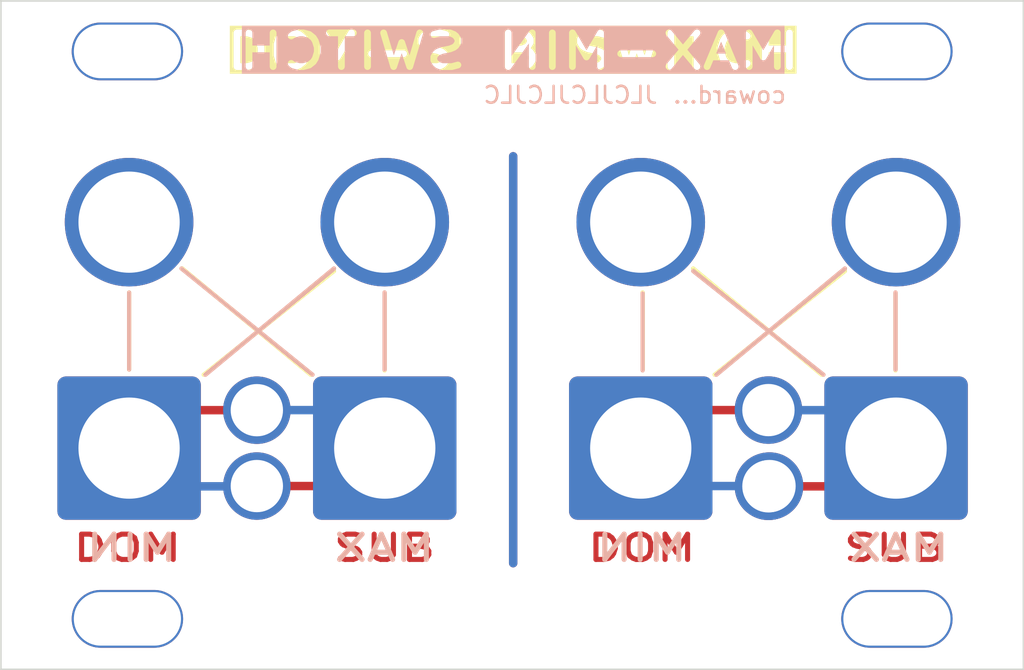
<source format=kicad_pcb>
(kicad_pcb (version 20221018) (generator pcbnew)
  (layers (0 "F.Cu" signal) (31 "B.Cu" signal) (34 "B.Paste" user) (35 "F.Paste" user) (36 "B.SilkS" user "B.Silkscreen") (37 "F.SilkS" user "F.Silkscreen") (38 "B.Mask" user) (39 "F.Mask" user) (44 "Edge.Cuts" user))
  (net 0 "")
  (footprint "" (layer "F.Cu") (at 147.15 116.875)
    (fp_text reference "" (at 0 0) (layer "F.SilkS") (effects (font (size 1.27 1.27))))
    (fp_text value "" (at 0 0) (layer "F.SilkS") (effects (font (size 1.27 1.27))))
    (pad "1" thru_hole roundrect (at 0 0) (size 8.5 8.5) (drill 6) (layers "*.Cu" "*.Mask") (roundrect_rratio 0.05882352941))
  )
  (footprint "" (layer "F.Cu") (at 109.27 114.625)
    (fp_text reference "" (at 0 0) (layer "F.SilkS") (effects (font (size 1.27 1.27))))
    (fp_text value "" (at 0 0) (layer "F.SilkS") (effects (font (size 1.27 1.27))))
    (pad "1" thru_hole circle (at 0 0) (size 4 4) (drill 3.1) (layers "*.Cu" "*.Mask"))
  )
  (footprint "" (layer "F.Cu") (at 101.7 103.475)
    (fp_text reference "" (at 0 0) (layer "F.SilkS") (effects (font (size 1.27 1.27))))
    (fp_text value "" (at 0 0) (layer "F.SilkS") (effects (font (size 1.27 1.27))))
    (pad "1" thru_hole circle (at 0 0) (size 7.62 7.62) (drill 6) (layers "*.Cu" "*.Mask"))
  )
  (footprint "" (layer "F.Cu") (at 116.85 103.475)
    (fp_text reference "" (at 0 0) (layer "F.SilkS") (effects (font (size 1.27 1.27))))
    (fp_text value "" (at 0 0) (layer "F.SilkS") (effects (font (size 1.27 1.27))))
    (pad "1" thru_hole circle (at 0 0) (size 7.62 7.62) (drill 6) (layers "*.Cu" "*.Mask"))
  )
  (footprint "" (layer "F.Cu") (at 132.02 103.475)
    (fp_text reference "" hide)
    (fp_text value "" hide)
    (pad "1" thru_hole circle (at 0 0) (size 7.62 7.62) (drill 6) (layers "*.Cu" "*.Mask"))
  )
  (footprint "PCM_4ms_Faceplate:Faceplate_Rail_Mount_Slot_Plated" (layer "F.Cu") (at 147.2 93.35)
    (fp_text reference "REF**" hide)
    (fp_text value "Faceplate_Rail_Mount_Slot_Plated" hide)
    (pad "1" thru_hole oval (at 0 0) (size 6.6 3.425) (drill oval 6.35 3.175) (layers "*.Cu" "*.Mask"))
  )
  (footprint "" (layer "F.Cu") (at 139.5862 119.141)
    (fp_text reference "" (at 0 0) (layer "F.SilkS") (effects (font (size 1.27 1.27))))
    (fp_text value "" (at 0 0) (layer "F.SilkS") (effects (font (size 1.27 1.27))))
    (pad "1" thru_hole circle (at 0 0) (size 4 4) (drill 3.1) (layers "*.Cu" "*.Mask"))
  )
  (footprint "" (layer "F.Cu") (at 109.27 119.125)
    (fp_text reference "" hide)
    (fp_text value "" hide)
    (pad "1" thru_hole circle (at 0 0) (size 4 4) (drill 3.1) (layers "*.Cu" "*.Mask"))
  )
  (footprint "" (layer "F.Cu") (at 132.02 116.875)
    (fp_text reference "" (at 0 0) (layer "F.SilkS") (effects (font (size 1.27 1.27))))
    (fp_text value "" (at 0 0) (layer "F.SilkS") (effects (font (size 1.27 1.27))))
    (pad "1" thru_hole roundrect (at 0 0) (size 8.5 8.5) (drill 6) (layers "*.Cu" "*.Mask") (roundrect_rratio 0.05882352941))
  )
  (footprint "" (layer "F.Cu") (at 147.15 103.475)
    (fp_text reference "" (at 0 0) (layer "F.SilkS") (effects (font (size 1.27 1.27))))
    (fp_text value "" (at 0 0) (layer "F.SilkS") (effects (font (size 1.27 1.27))))
    (pad "1" thru_hole circle (at 0 0) (size 7.62 7.62) (drill 6) (layers "*.Cu" "*.Mask"))
  )
  (footprint "" (layer "F.Cu") (at 101.6 127)
    (fp_text reference "" (at 0 0) (layer "F.SilkS") (effects (font (size 1.27 1.27))))
    (fp_text value "" (at 0 0) (layer "F.SilkS") (effects (font (size 1.27 1.27))))
    (pad "1" thru_hole oval (at 0 0) (size 6.6 3.425) (drill oval 6.35 3.175) (layers "*.Cu" "*.Mask"))
  )
  (footprint "" (layer "F.Cu") (at 101.7 116.875)
    (fp_text reference "" (at 0 0) (layer "F.SilkS") (effects (font (size 1.27 1.27))))
    (fp_text value "" (at 0 0) (layer "F.SilkS") (effects (font (size 1.27 1.27))))
    (pad "1" thru_hole roundrect (at 0 0) (size 8.5 8.5) (drill 6) (layers "*.Cu" "*.Mask") (roundrect_rratio 0.05882352941))
  )
  (footprint "" (layer "F.Cu") (at 116.85 116.875)
    (fp_text reference "" (at 0 0) (layer "F.SilkS") (effects (font (size 1.27 1.27))))
    (fp_text value "" (at 0 0) (layer "F.SilkS") (effects (font (size 1.27 1.27))))
    (pad "1" thru_hole roundrect (at 0 0) (size 8.5 8.5) (drill 6) (layers "*.Cu" "*.Mask") (roundrect_rratio 0.05882352941))
  )
  (footprint "" (layer "F.Cu") (at 139.5862 114.6198)
    (fp_text reference "" (at 0 0) (layer "F.SilkS") (effects (font (size 1.27 1.27))))
    (fp_text value "" (at 0 0) (layer "F.SilkS") (effects (font (size 1.27 1.27))))
    (pad "1" thru_hole circle (at 0 0) (size 4 4) (drill 3.1) (layers "*.Cu" "*.Mask"))
  )
  (footprint "" (layer "F.Cu") (at 101.6 93.35)
    (fp_text reference "" (at 0 0) (layer "F.SilkS") (effects (font (size 1.27 1.27))))
    (fp_text value "" (at 0 0) (layer "F.SilkS") (effects (font (size 1.27 1.27))))
    (pad "1" thru_hole oval (at 0 0) (size 6.6 3.425) (drill oval 6.35 3.175) (layers "*.Cu" "*.Mask"))
  )
  (footprint "" (layer "F.Cu") (at 147.2 127)
    (fp_text reference "" (at 0 0) (layer "F.SilkS") (effects (font (size 1.27 1.27))))
    (fp_text value "" (at 0 0) (layer "F.SilkS") (effects (font (size 1.27 1.27))))
    (pad "1" thru_hole oval (at 0 0) (size 6.6 3.425) (drill oval 6.35 3.175) (layers "*.Cu" "*.Mask"))
  )
  (footprint "" (layer "B.Cu") (at 139.65 119.125 180)
    (fp_text reference "" hide)
    (fp_text value "" hide)
    (pad "1" thru_hole circle (at 0 0 180) (size 4 4) (drill 3.1) (layers "*.Cu" "*.Mask"))
  )
  (gr_line (start 104.9652 114.625) (end 109.27 114.625) (stroke (width 0.5)) (layer "F.Cu"))
  (gr_line (start 124.46 99.568) (end 124.46 123.698) (stroke (width 0.5)) (layer "F.Cu"))
  (gr_line (start 139.5862 119.141) (end 143.891 119.141) (stroke (width 0.5)) (layer "F.Cu"))
  (gr_line (start 135.2814 114.6198) (end 139.5862 114.6198) (stroke (width 0.5)) (layer "F.Cu"))
  (gr_line (start 113.5748 119.125) (end 109.27 119.125) (stroke (width 0.5)) (layer "F.Cu"))
  (gr_line (start 109.3338 114.6198) (end 113.6386 114.6198) (stroke (width 0.5)) (layer "B.Cu"))
  (gr_line (start 105.029 119.141) (end 109.3338 119.141) (stroke (width 0.5)) (layer "B.Cu"))
  (gr_line (start 139.65 119.125) (end 135.3452 119.125) (stroke (width 0.5)) (layer "B.Cu"))
  (gr_line (start 124.46 123.698) (end 124.46 99.568) (stroke (width 0.5)) (layer "B.Cu"))
  (gr_line (start 139.65 114.625) (end 143.9548 114.625) (stroke (width 0.5)) (layer "B.Cu"))
  (gr_line (start 116.84 112.2172) (end 116.84 107.6452) (stroke (width 0.25)) (layer "B.SilkS"))
  (gr_line (start 136.4996 112.522) (end 144.1196 106.2228) (stroke (width 0.25)) (layer "B.SilkS"))
  (gr_line (start 116.84 112.2172) (end 116.84 107.6452) (stroke (width 0.25)) (layer "B.SilkS"))
  (gr_line (start 106.2228 112.522) (end 113.8428 106.2228) (stroke (width 0.25)) (layer "B.SilkS"))
  (gr_line (start 147.1168 112.2172) (end 147.1168 107.6452) (stroke (width 0.25)) (layer "B.SilkS"))
  (gr_line (start 147.1168 112.2172) (end 147.1168 107.6452) (stroke (width 0.25)) (layer "B.SilkS"))
  (gr_line (start 106.2228 112.522) (end 113.8428 106.2228) (stroke (width 0.25)) (layer "B.SilkS"))
  (gr_line (start 142.8496 112.522) (end 135.128 106.3752) (stroke (width 0.25)) (layer "B.SilkS"))
  (gr_line (start 112.5728 112.522) (end 104.8004 106.2228) (stroke (width 0.25)) (layer "B.SilkS"))
  (gr_line (start 136.4996 112.522) (end 144.1196 106.2228) (stroke (width 0.25)) (layer "B.SilkS"))
  (gr_line (start 101.7016 112.2172) (end 101.7016 107.6452) (stroke (width 0.25)) (layer "B.SilkS"))
  (gr_line (start 132.1308 112.268) (end 132.1308 107.696) (stroke (width 0.25)) (layer "B.SilkS"))
  (gr_line (start 135.128 106.2228) (end 142.748 112.522) (stroke (width 0.25)) (layer "F.SilkS"))
  (gr_line (start 113.8428 106.3752) (end 106.1212 112.522) (stroke (width 0.25)) (layer "F.SilkS"))
  (gr_line (start 147.1168 107.696) (end 147.1168 112.268) (stroke (width 0.25)) (layer "F.SilkS"))
  (gr_line (start 104.8512 106.2228) (end 112.4712 112.522) (stroke (width 0.25)) (layer "F.SilkS"))
  (gr_line (start 135.128 106.2228) (end 142.748 112.522) (stroke (width 0.25)) (layer "F.SilkS"))
  (gr_line (start 104.8512 106.2228) (end 112.4712 112.522) (stroke (width 0.25)) (layer "F.SilkS"))
  (gr_line (start 144.1196 106.3752) (end 136.398 112.522) (stroke (width 0.25)) (layer "F.SilkS"))
  (gr_line (start 132.1308 107.6452) (end 132.1308 112.2172) (stroke (width 0.25)) (layer "F.SilkS"))
  (gr_line (start 101.7016 107.6452) (end 101.7016 112.2172) (stroke (width 0.25)) (layer "F.SilkS"))
  (gr_line (start 132.1308 107.6452) (end 132.1308 112.2172) (stroke (width 0.25)) (layer "F.SilkS"))
  (gr_line (start 116.84 107.696) (end 116.84 112.268) (stroke (width 0.25)) (layer "F.SilkS"))
  (gr_rect (start 94.1 90.35) (end 154.7 130) (stroke (width 0.1)) (fill none) (layer "Edge.Cuts"))
  (gr_text "SUB" (at 116.84 121.92) (layer "F.Cu") (effects (font (size 1.5 2) (thickness 0.3) bold) (justify top)))
  (gr_text "DOM" (at 132.08 121.92) (layer "F.Cu") (effects (font (size 1.5 2) (thickness 0.3) bold) (justify top)))
  (gr_text "SUB" (at 147.066 121.92) (layer "F.Cu") (effects (font (size 1.5 2) (thickness 0.3) bold) (justify top)))
  (gr_text "DOM" (at 101.6 121.92) (layer "F.Cu") (effects (font (size 1.5 2) (thickness 0.3) bold) (justify top)))
  (gr_text "coward..." (at 140.716 96.52) (layer "B.SilkS") (effects (font (size 1 1)) (justify left bottom mirror)))
  (gr_text "" (at 136.4418 112.359) (layer "B.SilkS") (effects (font (size 1.27 1.27)) (justify mirror)))
  (gr_text "" (at 136.4418 112.359) (layer "B.SilkS") (effects (font (size 1.27 1.27)) (justify mirror)))
  (gr_text "" (at 106.165 112.359) (layer "B.SilkS") (effects (font (size 1.27 1.27)) (justify mirror)))
  (gr_text "MIN" (at 132.08 121.92) (layer "B.SilkS") (effects (font (size 1.5 2) (thickness 0.3) bold) (justify top mirror)))
  (gr_text "" (at 136.4418 112.359) (layer "B.SilkS") (effects (font (size 1.27 1.27)) (justify mirror)))
  (gr_text "MAX" (at 147.32 121.92) (layer "B.SilkS") (effects (font (size 1.5 2) (thickness 0.3) bold) (justify top mirror)))
  (gr_text "JLCJLCJLCJLC" (at 133.096 96.52) (layer "B.SilkS") (effects (font (size 1 1)) (justify left bottom mirror)))
  (gr_text "MAX-MIN SWITCH" (at 124.46 93.345) (layer "B.SilkS" knockout) (effects (font (size 2 2.5) (thickness 0.4) bold) (justify mirror)))
  (gr_text "" (at 106.165 112.359) (layer "B.SilkS") (effects (font (size 1.27 1.27)) (justify mirror)))
  (gr_text "MIN" (at 101.854 121.92) (layer "B.SilkS") (effects (font (size 1.5 2) (thickness 0.3) bold) (justify top mirror)))
  (gr_text "" (at 136.4418 112.359) (layer "B.SilkS") (effects (font (size 1.27 1.27)) (justify mirror)))
  (gr_text "" (at 106.165 112.359) (layer "B.SilkS") (effects (font (size 1.27 1.27)) (justify mirror)))
  (gr_text "MAX" (at 116.84 121.92) (layer "B.SilkS") (effects (font (size 1.5 2) (thickness 0.3) bold) (justify top mirror)))
  (gr_text "" (at 106.165 112.359) (layer "B.SilkS") (effects (font (size 1.27 1.27)) (justify mirror)))
  (gr_text "" (at 112.529 112.359) (layer "F.SilkS") (effects (font (size 1.27 1.27))))
  (gr_text "" (at 112.529 112.359) (layer "F.SilkS") (effects (font (size 1.27 1.27))))
  (gr_text "" (at 113.5748 119.125 180) (layer "F.SilkS") (effects (font (size 1.27 1.27))))
  (gr_text "" (at 113.5748 119.125 180) (layer "F.SilkS") (effects (font (size 1.27 1.27))))
  (gr_text "" (at 113.5748 119.125) (layer "F.SilkS") (effects (font (size 1.27 1.27))))
  (gr_text "" (at 139.5862 119.141 180) (layer "F.SilkS") (effects (font (size 1.27 1.27))))
  (gr_text "" (at 112.529 112.359) (layer "F.SilkS") (effects (font (size 1.27 1.27))))
  (gr_text "" (at 104.9652 114.625) (layer "F.SilkS") (effects (font (size 1.27 1.27))))
  (gr_text "" (at 142.8058 112.359) (layer "F.SilkS") (effects (font (size 1.27 1.27))))
  (gr_text "" (at 106.011 121.391 180) (layer "F.SilkS") (effects (font (size 1.27 1.27))))
  (gr_text "" (at 142.8452 112.3538) (layer "F.SilkS") (effects (font (size 1.27 1.27))))
  (gr_text "" (at 116.85 103.475) (layer "F.SilkS") (effects (font (size 1.27 1.27))))
  (gr_text "" (at 101.7 103.475) (layer "F.SilkS") (effects (font (size 1.27 1.27))))
  (gr_text "" (at 104.9652 114.625) (layer "F.SilkS") (effects (font (size 1.27 1.27))))
  (gr_text "" (at 104.9652 114.625 180) (layer "F.SilkS") (effects (font (size 1.27 1.27))))
  (gr_text "" (at 106.011 121.391 180) (layer "F.SilkS") (effects (font (size 1.27 1.27))))
  (gr_text "" (at 101.7 103.475) (layer "F.SilkS") (effects (font (size 1.27 1.27))))
  (gr_text "" (at 142.8058 112.359) (layer "F.SilkS") (effects (font (size 1.27 1.27))))
  (gr_text "" (at 112.529 112.359) (layer "F.SilkS") (effects (font (size 1.27 1.27))))
  (gr_text "" (at 142.8058 112.359) (layer "F.SilkS") (effects (font (size 1.27 1.27))))
  (gr_text "" (at 104.9652 114.625 180) (layer "F.SilkS") (effects (font (size 1.27 1.27))))
  (gr_text "DOM-SUB SWITCH" (at 124.46 93.345) (layer "F.SilkS" knockout) (effects (font (size 2 2.5) (thickness 0.4) bold)))
  (gr_text "" (at 142.8452 112.3538) (layer "F.SilkS") (effects (font (size 1.27 1.27))))
  (gr_text "" (at 113.5748 119.125) (layer "F.SilkS") (effects (font (size 1.27 1.27))))
  (gr_text "" (at 142.8058 112.359) (layer "F.SilkS") (effects (font (size 1.27 1.27))))
  (gr_text "" (at 139.5862 119.141 180) (layer "F.SilkS") (effects (font (size 1.27 1.27))))
  (gr_text "" (at 116.85 103.475) (layer "F.SilkS") (effects (font (size 1.27 1.27))))
)
</source>
